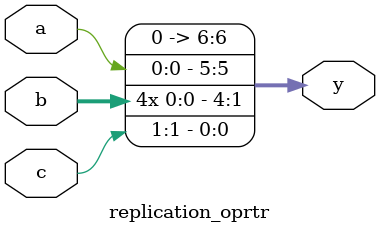
<source format=v>
`timescale 1ns / 1ps


module replication_oprtr(a, b, c, y);
input a;
input [1:0]b;
input [2:0]c;
output [6:0]y;

  assign y = {a, {4{b[0]}}, c[1]};
endmodule


</source>
